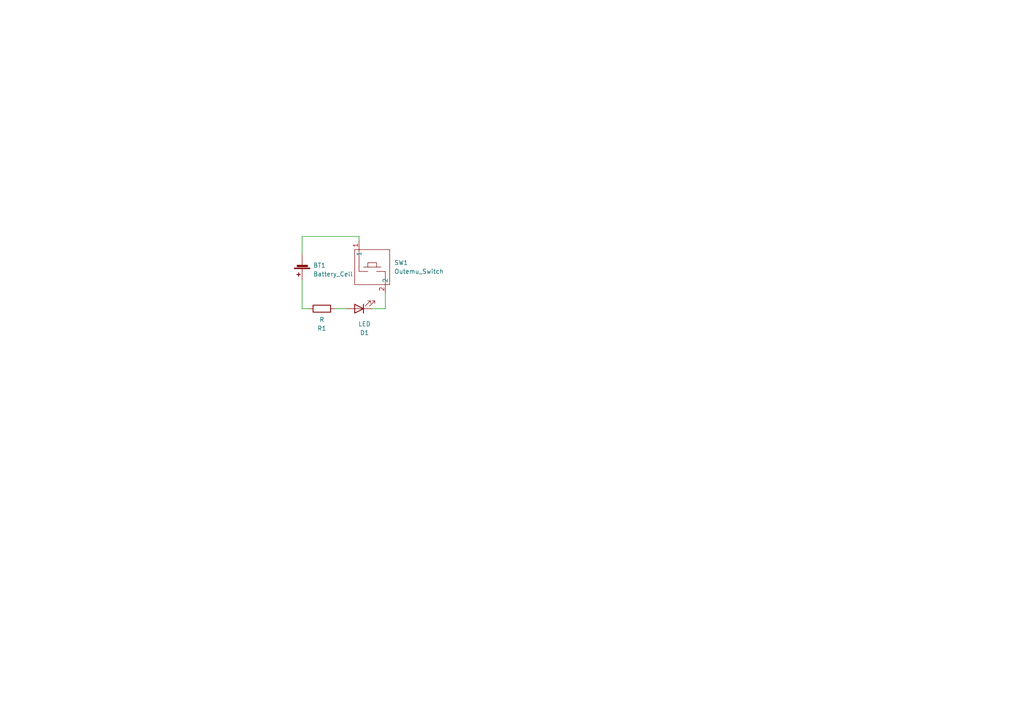
<source format=kicad_sch>
(kicad_sch (version 20211123) (generator eeschema)
  (paper "A4")
  (lib_symbols
    (symbol "Creadas:Outemu_Switch"
      (property "Reference" "SW" (at -3.81 -7.62 0))
      (property "Value" "Outemu_Switch" (at 3.81 5.08 0))
      (symbol "Outemu_Switch_0_1"
        (rectangle (start -5.08 3.81) (end 5.08 -6.35))
        (polyline (pts (xy -3.81 -1.27) (xy -3.81 3.81)))
        (polyline (pts (xy -2.54 -1.27) (xy 2.54 -1.27)))
        (polyline (pts (xy 3.81 -2.54) (xy 3.81 -6.35)))
        (polyline (pts (xy -1.27 -2.54) (xy -3.81 -2.54) (xy -3.81 -1.27)))
        (polyline (pts (xy 1.27 -2.54) (xy 3.81 -2.54) (xy 3.81 -2.54)))
        (polyline (pts (xy -1.27 -1.27) (xy -1.27 0) (xy 1.27 0) (xy 1.27 -1.27)))
      )
      (symbol "Outemu_Switch_1_1"
        (pin input line (at -3.81 6.35 270) (length 2.54) (name "1") (number "1"))
        (pin input line (at 3.81 -8.89 90) (length 2.54) (name "2") (number "2"))
      )
    )
    (symbol "Device:Battery_Cell" (pin_numbers hide) (pin_names (offset 0) hide)
      (property "Reference" "BT" (at 2.54 2.54 0))
      (property "Value" "Battery_Cell" (at 2.54 0 0))
      (symbol "Battery_Cell_0_1"
        (rectangle (start -2.286 1.778) (end 2.286 1.524) (fill (type outline)))
        (rectangle (start -1.5748 1.1938) (end 1.4732 0.6858) (fill (type outline)))
        (polyline (pts (xy 0 0.762) (xy 0 0)))
        (polyline (pts (xy 0 1.778) (xy 0 2.54)))
        (polyline (pts (xy 0.508 3.429) (xy 1.524 3.429)) (stroke (width 0.254)))
        (polyline (pts (xy 1.016 3.937) (xy 1.016 2.921)) (stroke (width 0.254)))
      )
      (symbol "Battery_Cell_1_1"
        (pin passive line (at 0 5.08 270) (length 2.54) (name "+") (number "1"))
        (pin passive line (at 0 -2.54 90) (length 2.54) (name "-") (number "2"))
      )
    )
    (symbol "Device:LED" (pin_numbers hide) (pin_names (offset 1.016) hide)
      (property "Reference" "D" (at 0 2.54 0))
      (property "Value" "LED" (at 0 -2.54 0))
      (symbol "LED_0_1"
        (polyline (pts (xy -1.27 -1.27) (xy -1.27 1.27)) (stroke (width 0.254)))
        (polyline (pts (xy -1.27 0) (xy 1.27 0)))
        (polyline (pts (xy 1.27 -1.27) (xy 1.27 1.27) (xy -1.27 0) (xy 1.27 -1.27)) (stroke (width 0.254)))
        (polyline (pts (xy -3.048 -0.762) (xy -4.572 -2.286) (xy -3.81 -2.286) (xy -4.572 -2.286) (xy -4.572 -1.524)))
        (polyline (pts (xy -1.778 -0.762) (xy -3.302 -2.286) (xy -2.54 -2.286) (xy -3.302 -2.286) (xy -3.302 -1.524)))
      )
      (symbol "LED_1_1"
        (pin passive line (at -3.81 0 0) (length 2.54) (name "K") (number "1"))
        (pin passive line (at 3.81 0 180) (length 2.54) (name "A") (number "2"))
      )
    )
    (symbol "Device:R" (pin_numbers hide) (pin_names (offset 0))
      (property "Reference" "R" (at 2.032 0 90))
      (property "Value" "R" (at 0 0 90))
      (symbol "R_0_1"
        (rectangle (start -1.016 -2.54) (end 1.016 2.54) (stroke (width 0.254)))
      )
      (symbol "R_1_1"
        (pin passive line (at 0 3.81 270) (length 1.27) (name "~") (number "1"))
        (pin passive line (at 0 -3.81 90) (length 1.27) (name "~") (number "2"))
      )
    )
  )
  (wire (pts (xy 111.76 89.535) (xy 107.95 89.535)))
  (wire (pts (xy 89.535 89.535) (xy 87.63 89.535)))
  (wire (pts (xy 87.63 89.535) (xy 87.63 81.28)))
  (wire (pts (xy 97.155 89.535) (xy 100.33 89.535)))
  (wire (pts (xy 87.63 68.58) (xy 87.63 73.66)))
  (wire (pts (xy 104.14 68.58) (xy 87.63 68.58)))
  (wire (pts (xy 111.76 85.09) (xy 111.76 89.535)))
  (wire (pts (xy 104.14 69.85) (xy 104.14 68.58)))
  (symbol (lib_id "Device:Battery_Cell") (at 87.63 76.2 180) (unit 1)
    (property "Reference" "BT1" (at 90.805 76.9619 0) (effects (justify right)))
    (property "Value" "Battery_Cell" (at 90.805 79.5019 0) (effects (justify right)))
    (property "Footprint" "Battery:BatteryHolder_ComfortableElectronic_CH273-2450_1x2450" (effects hide))
  )
  (symbol (lib_id "Creadas:Outemu_Switch") (at 107.95 76.2 0) (unit 1)
    (property "Reference" "SW1" (at 114.3 76.1999 0) (effects (justify left)))
    (property "Value" "Outemu_Switch" (at 114.3 78.7399 0) (effects (justify left)))
    (property "Footprint" "Creadas:Outemy Hot Swap" (effects hide))
  )
  (symbol (lib_id "Device:R") (at 93.345 89.535 90) (unit 1)
    (property "Reference" "R1" (at 93.345 95.25 90))
    (property "Value" "R" (at 93.345 92.71 90))
    (property "Footprint" "Resistor_THT:R_Axial_DIN0207_L6.3mm_D2.5mm_P10.16mm_Horizontal" (effects hide))
  )
  (symbol (lib_id "Device:LED") (at 104.14 89.535 180) (unit 1)
    (property "Reference" "D1" (at 105.7275 96.52 0))
    (property "Value" "LED" (at 105.7275 93.98 0))
    (property "Footprint" "LED_THT:LED_D3.0mm" (effects hide))
  )
)
</source>
